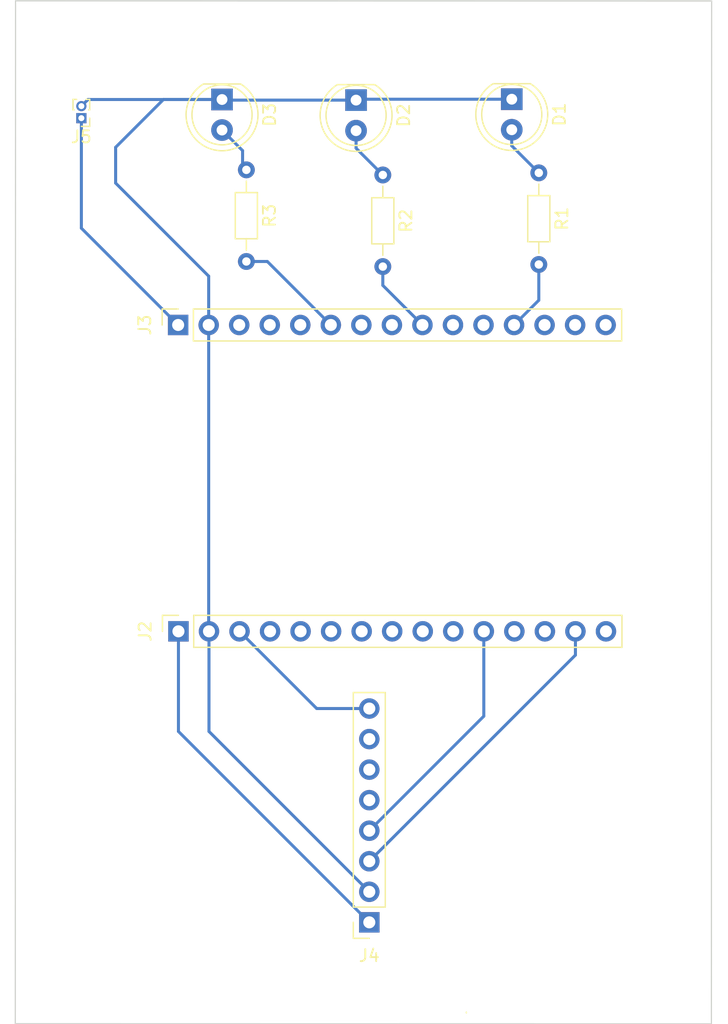
<source format=kicad_pcb>
(kicad_pcb (version 20171130) (host pcbnew 5.1.6-c6e7f7d~87~ubuntu20.04.1)

  (general
    (thickness 1.6)
    (drawings 10)
    (tracks 39)
    (zones 0)
    (modules 10)
    (nets 36)
  )

  (page A4)
  (layers
    (0 F.Cu signal)
    (31 B.Cu signal)
    (32 B.Adhes user)
    (33 F.Adhes user)
    (34 B.Paste user)
    (35 F.Paste user)
    (36 B.SilkS user)
    (37 F.SilkS user)
    (38 B.Mask user)
    (39 F.Mask user)
    (40 Dwgs.User user)
    (41 Cmts.User user)
    (42 Eco1.User user)
    (43 Eco2.User user)
    (44 Edge.Cuts user)
    (45 Margin user)
    (46 B.CrtYd user)
    (47 F.CrtYd user)
    (48 B.Fab user)
    (49 F.Fab user)
  )

  (setup
    (last_trace_width 0.25)
    (trace_clearance 0.25)
    (zone_clearance 0.508)
    (zone_45_only no)
    (trace_min 0.2)
    (via_size 0.8)
    (via_drill 0.4)
    (via_min_size 0.4)
    (via_min_drill 0.3)
    (uvia_size 0.3)
    (uvia_drill 0.1)
    (uvias_allowed no)
    (uvia_min_size 0.2)
    (uvia_min_drill 0.1)
    (edge_width 0.05)
    (segment_width 0.2)
    (pcb_text_width 0.3)
    (pcb_text_size 1.5 1.5)
    (mod_edge_width 0.12)
    (mod_text_size 1 1)
    (mod_text_width 0.15)
    (pad_size 1.524 1.524)
    (pad_drill 0.762)
    (pad_to_mask_clearance 0.05)
    (aux_axis_origin 0 0)
    (visible_elements FFFFFF7F)
    (pcbplotparams
      (layerselection 0x010fc_ffffffff)
      (usegerberextensions false)
      (usegerberattributes true)
      (usegerberadvancedattributes true)
      (creategerberjobfile true)
      (excludeedgelayer true)
      (linewidth 0.100000)
      (plotframeref false)
      (viasonmask false)
      (mode 1)
      (useauxorigin false)
      (hpglpennumber 1)
      (hpglpenspeed 20)
      (hpglpendiameter 15.000000)
      (psnegative false)
      (psa4output false)
      (plotreference true)
      (plotvalue true)
      (plotinvisibletext false)
      (padsonsilk false)
      (subtractmaskfromsilk false)
      (outputformat 1)
      (mirror false)
      (drillshape 1)
      (scaleselection 1)
      (outputdirectory ""))
  )

  (net 0 "")
  (net 1 "Net-(D1-Pad2)")
  (net 2 "Net-(D2-Pad2)")
  (net 3 "Net-(D3-Pad2)")
  (net 4 VDD)
  (net 5 GND)
  (net 6 "Net-(J2-Pad3)")
  (net 7 "Net-(J2-Pad5)")
  (net 8 "Net-(J2-Pad6)")
  (net 9 "Net-(J2-Pad7)")
  (net 10 "Net-(J2-Pad8)")
  (net 11 "Net-(J2-Pad9)")
  (net 12 "Net-(J2-Pad10)")
  (net 13 "Net-(J2-Pad11)")
  (net 14 "Net-(J2-Pad12)")
  (net 15 "Net-(J2-Pad13)")
  (net 16 "Net-(J2-Pad14)")
  (net 17 "Net-(J2-Pad15)")
  (net 18 "Net-(J2-Pad4)")
  (net 19 "Net-(J3-Pad3)")
  (net 20 "Net-(J3-Pad5)")
  (net 21 "Net-(J3-Pad6)")
  (net 22 "Net-(J3-Pad7)")
  (net 23 "Net-(J3-Pad8)")
  (net 24 "Net-(J3-Pad9)")
  (net 25 "Net-(J3-Pad10)")
  (net 26 "Net-(J3-Pad11)")
  (net 27 "Net-(J3-Pad13)")
  (net 28 "Net-(J3-Pad14)")
  (net 29 "Net-(J3-Pad15)")
  (net 30 +3V3)
  (net 31 "Net-(J3-Pad4)")
  (net 32 "Net-(J3-Pad12)")
  (net 33 "Net-(J4-Pad5)")
  (net 34 "Net-(J4-Pad6)")
  (net 35 "Net-(J4-Pad7)")

  (net_class Default "This is the default net class."
    (clearance 0.25)
    (trace_width 0.25)
    (via_dia 0.8)
    (via_drill 0.4)
    (uvia_dia 0.3)
    (uvia_drill 0.1)
    (add_net +3V3)
    (add_net GND)
    (add_net "Net-(D1-Pad2)")
    (add_net "Net-(D2-Pad2)")
    (add_net "Net-(D3-Pad2)")
    (add_net "Net-(J2-Pad10)")
    (add_net "Net-(J2-Pad11)")
    (add_net "Net-(J2-Pad12)")
    (add_net "Net-(J2-Pad13)")
    (add_net "Net-(J2-Pad14)")
    (add_net "Net-(J2-Pad15)")
    (add_net "Net-(J2-Pad3)")
    (add_net "Net-(J2-Pad4)")
    (add_net "Net-(J2-Pad5)")
    (add_net "Net-(J2-Pad6)")
    (add_net "Net-(J2-Pad7)")
    (add_net "Net-(J2-Pad8)")
    (add_net "Net-(J2-Pad9)")
    (add_net "Net-(J3-Pad10)")
    (add_net "Net-(J3-Pad11)")
    (add_net "Net-(J3-Pad12)")
    (add_net "Net-(J3-Pad13)")
    (add_net "Net-(J3-Pad14)")
    (add_net "Net-(J3-Pad15)")
    (add_net "Net-(J3-Pad3)")
    (add_net "Net-(J3-Pad4)")
    (add_net "Net-(J3-Pad5)")
    (add_net "Net-(J3-Pad6)")
    (add_net "Net-(J3-Pad7)")
    (add_net "Net-(J3-Pad8)")
    (add_net "Net-(J3-Pad9)")
    (add_net "Net-(J4-Pad5)")
    (add_net "Net-(J4-Pad6)")
    (add_net "Net-(J4-Pad7)")
    (add_net VDD)
  )

  (module Connector_PinSocket_2.54mm:PinSocket_1x15_P2.54mm_Vertical (layer F.Cu) (tedit 5A19A41D) (tstamp 5F1F9F39)
    (at 62.475 112.125 90)
    (descr "Through hole straight socket strip, 1x15, 2.54mm pitch, single row (from Kicad 4.0.7), script generated")
    (tags "Through hole socket strip THT 1x15 2.54mm single row")
    (path /5F1E819B)
    (fp_text reference J3 (at 0 -2.77 90) (layer F.SilkS)
      (effects (font (size 1 1) (thickness 0.15)))
    )
    (fp_text value Conn_01x15_Female (at 3 5.75) (layer F.Fab)
      (effects (font (size 1 1) (thickness 0.15)))
    )
    (fp_line (start -1.8 37.3) (end -1.8 -1.8) (layer F.CrtYd) (width 0.05))
    (fp_line (start 1.75 37.3) (end -1.8 37.3) (layer F.CrtYd) (width 0.05))
    (fp_line (start 1.75 -1.8) (end 1.75 37.3) (layer F.CrtYd) (width 0.05))
    (fp_line (start -1.8 -1.8) (end 1.75 -1.8) (layer F.CrtYd) (width 0.05))
    (fp_line (start 0 -1.33) (end 1.33 -1.33) (layer F.SilkS) (width 0.12))
    (fp_line (start 1.33 -1.33) (end 1.33 0) (layer F.SilkS) (width 0.12))
    (fp_line (start 1.33 1.27) (end 1.33 36.89) (layer F.SilkS) (width 0.12))
    (fp_line (start -1.33 36.89) (end 1.33 36.89) (layer F.SilkS) (width 0.12))
    (fp_line (start -1.33 1.27) (end -1.33 36.89) (layer F.SilkS) (width 0.12))
    (fp_line (start -1.33 1.27) (end 1.33 1.27) (layer F.SilkS) (width 0.12))
    (fp_line (start -1.27 36.83) (end -1.27 -1.27) (layer F.Fab) (width 0.1))
    (fp_line (start 1.27 36.83) (end -1.27 36.83) (layer F.Fab) (width 0.1))
    (fp_line (start 1.27 -0.635) (end 1.27 36.83) (layer F.Fab) (width 0.1))
    (fp_line (start 0.635 -1.27) (end 1.27 -0.635) (layer F.Fab) (width 0.1))
    (fp_line (start -1.27 -1.27) (end 0.635 -1.27) (layer F.Fab) (width 0.1))
    (fp_text user %R (at 0 17.78) (layer F.Fab)
      (effects (font (size 1 1) (thickness 0.15)))
    )
    (pad 1 thru_hole rect (at 0 0 90) (size 1.7 1.7) (drill 1) (layers *.Cu *.Mask)
      (net 4 VDD))
    (pad 2 thru_hole oval (at 0 2.54 90) (size 1.7 1.7) (drill 1) (layers *.Cu *.Mask)
      (net 5 GND))
    (pad 3 thru_hole oval (at 0 5.08 90) (size 1.7 1.7) (drill 1) (layers *.Cu *.Mask)
      (net 19 "Net-(J3-Pad3)"))
    (pad 4 thru_hole oval (at 0 7.62 90) (size 1.7 1.7) (drill 1) (layers *.Cu *.Mask)
      (net 31 "Net-(J3-Pad4)"))
    (pad 5 thru_hole oval (at 0 10.16 90) (size 1.7 1.7) (drill 1) (layers *.Cu *.Mask)
      (net 20 "Net-(J3-Pad5)"))
    (pad 6 thru_hole oval (at 0 12.7 90) (size 1.7 1.7) (drill 1) (layers *.Cu *.Mask)
      (net 21 "Net-(J3-Pad6)"))
    (pad 7 thru_hole oval (at 0 15.24 90) (size 1.7 1.7) (drill 1) (layers *.Cu *.Mask)
      (net 22 "Net-(J3-Pad7)"))
    (pad 8 thru_hole oval (at 0 17.78 90) (size 1.7 1.7) (drill 1) (layers *.Cu *.Mask)
      (net 23 "Net-(J3-Pad8)"))
    (pad 9 thru_hole oval (at 0 20.32 90) (size 1.7 1.7) (drill 1) (layers *.Cu *.Mask)
      (net 24 "Net-(J3-Pad9)"))
    (pad 10 thru_hole oval (at 0 22.86 90) (size 1.7 1.7) (drill 1) (layers *.Cu *.Mask)
      (net 25 "Net-(J3-Pad10)"))
    (pad 11 thru_hole oval (at 0 25.4 90) (size 1.7 1.7) (drill 1) (layers *.Cu *.Mask)
      (net 26 "Net-(J3-Pad11)"))
    (pad 12 thru_hole oval (at 0 27.94 90) (size 1.7 1.7) (drill 1) (layers *.Cu *.Mask)
      (net 32 "Net-(J3-Pad12)"))
    (pad 13 thru_hole oval (at 0 30.48 90) (size 1.7 1.7) (drill 1) (layers *.Cu *.Mask)
      (net 27 "Net-(J3-Pad13)"))
    (pad 14 thru_hole oval (at 0 33.02 90) (size 1.7 1.7) (drill 1) (layers *.Cu *.Mask)
      (net 28 "Net-(J3-Pad14)"))
    (pad 15 thru_hole oval (at 0 35.56 90) (size 1.7 1.7) (drill 1) (layers *.Cu *.Mask)
      (net 29 "Net-(J3-Pad15)"))
    (model ${KISYS3DMOD}/Connector_PinSocket_2.54mm.3dshapes/PinSocket_1x15_P2.54mm_Vertical.wrl
      (at (xyz 0 0 0))
      (scale (xyz 1 1 1))
      (rotate (xyz 0 0 0))
    )
  )

  (module Connector_PinSocket_2.54mm:PinSocket_1x15_P2.54mm_Vertical (layer F.Cu) (tedit 5A19A41D) (tstamp 5F1F9ED3)
    (at 62.5 137.6 90)
    (descr "Through hole straight socket strip, 1x15, 2.54mm pitch, single row (from Kicad 4.0.7), script generated")
    (tags "Through hole socket strip THT 1x15 2.54mm single row")
    (path /5F1E59ED)
    (fp_text reference J2 (at 0 -2.77 90) (layer F.SilkS)
      (effects (font (size 1 1) (thickness 0.15)))
    )
    (fp_text value Conn_01x15_Female_MPU (at 3 7.75) (layer F.Fab)
      (effects (font (size 1 1) (thickness 0.15)))
    )
    (fp_line (start -1.27 -1.27) (end 0.635 -1.27) (layer F.Fab) (width 0.1))
    (fp_line (start 0.635 -1.27) (end 1.27 -0.635) (layer F.Fab) (width 0.1))
    (fp_line (start 1.27 -0.635) (end 1.27 36.83) (layer F.Fab) (width 0.1))
    (fp_line (start 1.27 36.83) (end -1.27 36.83) (layer F.Fab) (width 0.1))
    (fp_line (start -1.27 36.83) (end -1.27 -1.27) (layer F.Fab) (width 0.1))
    (fp_line (start -1.33 1.27) (end 1.33 1.27) (layer F.SilkS) (width 0.12))
    (fp_line (start -1.33 1.27) (end -1.33 36.89) (layer F.SilkS) (width 0.12))
    (fp_line (start -1.33 36.89) (end 1.33 36.89) (layer F.SilkS) (width 0.12))
    (fp_line (start 1.33 1.27) (end 1.33 36.89) (layer F.SilkS) (width 0.12))
    (fp_line (start 1.33 -1.33) (end 1.33 0) (layer F.SilkS) (width 0.12))
    (fp_line (start 0 -1.33) (end 1.33 -1.33) (layer F.SilkS) (width 0.12))
    (fp_line (start -1.8 -1.8) (end 1.75 -1.8) (layer F.CrtYd) (width 0.05))
    (fp_line (start 1.75 -1.8) (end 1.75 37.3) (layer F.CrtYd) (width 0.05))
    (fp_line (start 1.75 37.3) (end -1.8 37.3) (layer F.CrtYd) (width 0.05))
    (fp_line (start -1.8 37.3) (end -1.8 -1.8) (layer F.CrtYd) (width 0.05))
    (fp_text user %R (at 0 17.78) (layer F.Fab)
      (effects (font (size 1 1) (thickness 0.15)))
    )
    (pad 15 thru_hole oval (at 0 35.56 90) (size 1.7 1.7) (drill 1) (layers *.Cu *.Mask)
      (net 17 "Net-(J2-Pad15)"))
    (pad 14 thru_hole oval (at 0 33.02 90) (size 1.7 1.7) (drill 1) (layers *.Cu *.Mask)
      (net 16 "Net-(J2-Pad14)"))
    (pad 13 thru_hole oval (at 0 30.48 90) (size 1.7 1.7) (drill 1) (layers *.Cu *.Mask)
      (net 15 "Net-(J2-Pad13)"))
    (pad 12 thru_hole oval (at 0 27.94 90) (size 1.7 1.7) (drill 1) (layers *.Cu *.Mask)
      (net 14 "Net-(J2-Pad12)"))
    (pad 11 thru_hole oval (at 0 25.4 90) (size 1.7 1.7) (drill 1) (layers *.Cu *.Mask)
      (net 13 "Net-(J2-Pad11)"))
    (pad 10 thru_hole oval (at 0 22.86 90) (size 1.7 1.7) (drill 1) (layers *.Cu *.Mask)
      (net 12 "Net-(J2-Pad10)"))
    (pad 9 thru_hole oval (at 0 20.32 90) (size 1.7 1.7) (drill 1) (layers *.Cu *.Mask)
      (net 11 "Net-(J2-Pad9)"))
    (pad 8 thru_hole oval (at 0 17.78 90) (size 1.7 1.7) (drill 1) (layers *.Cu *.Mask)
      (net 10 "Net-(J2-Pad8)"))
    (pad 7 thru_hole oval (at 0 15.24 90) (size 1.7 1.7) (drill 1) (layers *.Cu *.Mask)
      (net 9 "Net-(J2-Pad7)"))
    (pad 6 thru_hole oval (at 0 12.7 90) (size 1.7 1.7) (drill 1) (layers *.Cu *.Mask)
      (net 8 "Net-(J2-Pad6)"))
    (pad 5 thru_hole oval (at 0 10.16 90) (size 1.7 1.7) (drill 1) (layers *.Cu *.Mask)
      (net 7 "Net-(J2-Pad5)"))
    (pad 4 thru_hole oval (at 0 7.62 90) (size 1.7 1.7) (drill 1) (layers *.Cu *.Mask)
      (net 18 "Net-(J2-Pad4)"))
    (pad 3 thru_hole oval (at 0 5.08 90) (size 1.7 1.7) (drill 1) (layers *.Cu *.Mask)
      (net 6 "Net-(J2-Pad3)"))
    (pad 2 thru_hole oval (at 0 2.54 90) (size 1.7 1.7) (drill 1) (layers *.Cu *.Mask)
      (net 5 GND))
    (pad 1 thru_hole rect (at 0 0 90) (size 1.7 1.7) (drill 1) (layers *.Cu *.Mask)
      (net 30 +3V3))
    (model ${KISYS3DMOD}/Connector_PinSocket_2.54mm.3dshapes/PinSocket_1x15_P2.54mm_Vertical.wrl
      (at (xyz 0 0 0))
      (scale (xyz 1 1 1))
      (rotate (xyz 0 0 0))
    )
  )

  (module LED_THT:LED_D5.0mm (layer F.Cu) (tedit 5995936A) (tstamp 5F1FA47E)
    (at 90.225 93.35 270)
    (descr "LED, diameter 5.0mm, 2 pins, http://cdn-reichelt.de/documents/datenblatt/A500/LL-504BC2E-009.pdf")
    (tags "LED diameter 5.0mm 2 pins")
    (path /5F1BC301)
    (fp_text reference D1 (at 1.27 -3.96 90) (layer F.SilkS)
      (effects (font (size 1 1) (thickness 0.15)))
    )
    (fp_text value LED (at 1.27 3.96 90) (layer F.Fab)
      (effects (font (size 1 1) (thickness 0.15)))
    )
    (fp_circle (center 1.27 0) (end 3.77 0) (layer F.Fab) (width 0.1))
    (fp_circle (center 1.27 0) (end 3.77 0) (layer F.SilkS) (width 0.12))
    (fp_line (start -1.23 -1.469694) (end -1.23 1.469694) (layer F.Fab) (width 0.1))
    (fp_line (start -1.29 -1.545) (end -1.29 1.545) (layer F.SilkS) (width 0.12))
    (fp_line (start -1.95 -3.25) (end -1.95 3.25) (layer F.CrtYd) (width 0.05))
    (fp_line (start -1.95 3.25) (end 4.5 3.25) (layer F.CrtYd) (width 0.05))
    (fp_line (start 4.5 3.25) (end 4.5 -3.25) (layer F.CrtYd) (width 0.05))
    (fp_line (start 4.5 -3.25) (end -1.95 -3.25) (layer F.CrtYd) (width 0.05))
    (fp_text user %R (at 1.25 0 90) (layer F.Fab)
      (effects (font (size 0.8 0.8) (thickness 0.2)))
    )
    (fp_arc (start 1.27 0) (end -1.29 1.54483) (angle -148.9) (layer F.SilkS) (width 0.12))
    (fp_arc (start 1.27 0) (end -1.29 -1.54483) (angle 148.9) (layer F.SilkS) (width 0.12))
    (fp_arc (start 1.27 0) (end -1.23 -1.469694) (angle 299.1) (layer F.Fab) (width 0.1))
    (pad 2 thru_hole circle (at 2.54 0 270) (size 1.8 1.8) (drill 0.9) (layers *.Cu *.Mask)
      (net 1 "Net-(D1-Pad2)"))
    (pad 1 thru_hole rect (at 0 0 270) (size 1.8 1.8) (drill 0.9) (layers *.Cu *.Mask)
      (net 5 GND))
    (model ${KISYS3DMOD}/LED_THT.3dshapes/LED_D5.0mm.wrl
      (at (xyz 0 0 0))
      (scale (xyz 1 1 1))
      (rotate (xyz 0 0 0))
    )
  )

  (module LED_THT:LED_D5.0mm (layer F.Cu) (tedit 5995936A) (tstamp 5F1EEFD1)
    (at 77.275 93.425 270)
    (descr "LED, diameter 5.0mm, 2 pins, http://cdn-reichelt.de/documents/datenblatt/A500/LL-504BC2E-009.pdf")
    (tags "LED diameter 5.0mm 2 pins")
    (path /5F1BBDAB)
    (fp_text reference D2 (at 1.27 -3.96 90) (layer F.SilkS)
      (effects (font (size 1 1) (thickness 0.15)))
    )
    (fp_text value LED (at 1.27 3.96 90) (layer F.Fab)
      (effects (font (size 1 1) (thickness 0.15)))
    )
    (fp_circle (center 1.27 0) (end 3.77 0) (layer F.Fab) (width 0.1))
    (fp_circle (center 1.27 0) (end 3.77 0) (layer F.SilkS) (width 0.12))
    (fp_line (start -1.23 -1.469694) (end -1.23 1.469694) (layer F.Fab) (width 0.1))
    (fp_line (start -1.29 -1.545) (end -1.29 1.545) (layer F.SilkS) (width 0.12))
    (fp_line (start -1.95 -3.25) (end -1.95 3.25) (layer F.CrtYd) (width 0.05))
    (fp_line (start -1.95 3.25) (end 4.5 3.25) (layer F.CrtYd) (width 0.05))
    (fp_line (start 4.5 3.25) (end 4.5 -3.25) (layer F.CrtYd) (width 0.05))
    (fp_line (start 4.5 -3.25) (end -1.95 -3.25) (layer F.CrtYd) (width 0.05))
    (fp_text user %R (at 1.25 0 90) (layer F.Fab)
      (effects (font (size 0.8 0.8) (thickness 0.2)))
    )
    (fp_arc (start 1.27 0) (end -1.29 1.54483) (angle -148.9) (layer F.SilkS) (width 0.12))
    (fp_arc (start 1.27 0) (end -1.29 -1.54483) (angle 148.9) (layer F.SilkS) (width 0.12))
    (fp_arc (start 1.27 0) (end -1.23 -1.469694) (angle 299.1) (layer F.Fab) (width 0.1))
    (pad 2 thru_hole circle (at 2.54 0 270) (size 1.8 1.8) (drill 0.9) (layers *.Cu *.Mask)
      (net 2 "Net-(D2-Pad2)"))
    (pad 1 thru_hole rect (at 0 0 270) (size 1.8 1.8) (drill 0.9) (layers *.Cu *.Mask)
      (net 5 GND))
    (model ${KISYS3DMOD}/LED_THT.3dshapes/LED_D5.0mm.wrl
      (at (xyz 0 0 0))
      (scale (xyz 1 1 1))
      (rotate (xyz 0 0 0))
    )
  )

  (module LED_THT:LED_D5.0mm (layer F.Cu) (tedit 5995936A) (tstamp 5F1FA5E2)
    (at 66.125 93.375 270)
    (descr "LED, diameter 5.0mm, 2 pins, http://cdn-reichelt.de/documents/datenblatt/A500/LL-504BC2E-009.pdf")
    (tags "LED diameter 5.0mm 2 pins")
    (path /5F1BA6DF)
    (fp_text reference D3 (at 1.27 -3.96 90) (layer F.SilkS)
      (effects (font (size 1 1) (thickness 0.15)))
    )
    (fp_text value LED (at 1.27 3.96 90) (layer F.Fab)
      (effects (font (size 1 1) (thickness 0.15)))
    )
    (fp_circle (center 1.27 0) (end 3.77 0) (layer F.Fab) (width 0.1))
    (fp_circle (center 1.27 0) (end 3.77 0) (layer F.SilkS) (width 0.12))
    (fp_line (start -1.23 -1.469694) (end -1.23 1.469694) (layer F.Fab) (width 0.1))
    (fp_line (start -1.29 -1.545) (end -1.29 1.545) (layer F.SilkS) (width 0.12))
    (fp_line (start -1.95 -3.25) (end -1.95 3.25) (layer F.CrtYd) (width 0.05))
    (fp_line (start -1.95 3.25) (end 4.5 3.25) (layer F.CrtYd) (width 0.05))
    (fp_line (start 4.5 3.25) (end 4.5 -3.25) (layer F.CrtYd) (width 0.05))
    (fp_line (start 4.5 -3.25) (end -1.95 -3.25) (layer F.CrtYd) (width 0.05))
    (fp_text user %R (at 1.25 0) (layer F.Fab)
      (effects (font (size 0.8 0.8) (thickness 0.2)))
    )
    (fp_arc (start 1.27 0) (end -1.29 1.54483) (angle -148.9) (layer F.SilkS) (width 0.12))
    (fp_arc (start 1.27 0) (end -1.29 -1.54483) (angle 148.9) (layer F.SilkS) (width 0.12))
    (fp_arc (start 1.27 0) (end -1.23 -1.469694) (angle 299.1) (layer F.Fab) (width 0.1))
    (pad 2 thru_hole circle (at 2.54 0 270) (size 1.8 1.8) (drill 0.9) (layers *.Cu *.Mask)
      (net 3 "Net-(D3-Pad2)"))
    (pad 1 thru_hole rect (at 0 0 270) (size 1.8 1.8) (drill 0.9) (layers *.Cu *.Mask)
      (net 5 GND))
    (model ${KISYS3DMOD}/LED_THT.3dshapes/LED_D5.0mm.wrl
      (at (xyz 0 0 0))
      (scale (xyz 1 1 1))
      (rotate (xyz 0 0 0))
    )
  )

  (module Resistor_THT:R_Axial_DIN0204_L3.6mm_D1.6mm_P7.62mm_Horizontal (layer F.Cu) (tedit 5AE5139B) (tstamp 5F1EED77)
    (at 92.475 99.475 270)
    (descr "Resistor, Axial_DIN0204 series, Axial, Horizontal, pin pitch=7.62mm, 0.167W, length*diameter=3.6*1.6mm^2, http://cdn-reichelt.de/documents/datenblatt/B400/1_4W%23YAG.pdf")
    (tags "Resistor Axial_DIN0204 series Axial Horizontal pin pitch 7.62mm 0.167W length 3.6mm diameter 1.6mm")
    (path /5F1F229B)
    (fp_text reference R1 (at 3.81 -1.92 90) (layer F.SilkS)
      (effects (font (size 1 1) (thickness 0.15)))
    )
    (fp_text value R (at 3.81 1.92 90) (layer F.Fab)
      (effects (font (size 1 1) (thickness 0.15)))
    )
    (fp_line (start 2.01 -0.8) (end 2.01 0.8) (layer F.Fab) (width 0.1))
    (fp_line (start 2.01 0.8) (end 5.61 0.8) (layer F.Fab) (width 0.1))
    (fp_line (start 5.61 0.8) (end 5.61 -0.8) (layer F.Fab) (width 0.1))
    (fp_line (start 5.61 -0.8) (end 2.01 -0.8) (layer F.Fab) (width 0.1))
    (fp_line (start 0 0) (end 2.01 0) (layer F.Fab) (width 0.1))
    (fp_line (start 7.62 0) (end 5.61 0) (layer F.Fab) (width 0.1))
    (fp_line (start 1.89 -0.92) (end 1.89 0.92) (layer F.SilkS) (width 0.12))
    (fp_line (start 1.89 0.92) (end 5.73 0.92) (layer F.SilkS) (width 0.12))
    (fp_line (start 5.73 0.92) (end 5.73 -0.92) (layer F.SilkS) (width 0.12))
    (fp_line (start 5.73 -0.92) (end 1.89 -0.92) (layer F.SilkS) (width 0.12))
    (fp_line (start 0.94 0) (end 1.89 0) (layer F.SilkS) (width 0.12))
    (fp_line (start 6.68 0) (end 5.73 0) (layer F.SilkS) (width 0.12))
    (fp_line (start -0.95 -1.05) (end -0.95 1.05) (layer F.CrtYd) (width 0.05))
    (fp_line (start -0.95 1.05) (end 8.57 1.05) (layer F.CrtYd) (width 0.05))
    (fp_line (start 8.57 1.05) (end 8.57 -1.05) (layer F.CrtYd) (width 0.05))
    (fp_line (start 8.57 -1.05) (end -0.95 -1.05) (layer F.CrtYd) (width 0.05))
    (fp_text user %R (at 3.81 0 90) (layer F.Fab)
      (effects (font (size 0.72 0.72) (thickness 0.108)))
    )
    (pad 2 thru_hole oval (at 7.62 0 270) (size 1.4 1.4) (drill 0.7) (layers *.Cu *.Mask)
      (net 32 "Net-(J3-Pad12)"))
    (pad 1 thru_hole circle (at 0 0 270) (size 1.4 1.4) (drill 0.7) (layers *.Cu *.Mask)
      (net 1 "Net-(D1-Pad2)"))
    (model ${KISYS3DMOD}/Resistor_THT.3dshapes/R_Axial_DIN0204_L3.6mm_D1.6mm_P7.62mm_Horizontal.wrl
      (at (xyz 0 0 0))
      (scale (xyz 1 1 1))
      (rotate (xyz 0 0 0))
    )
  )

  (module Resistor_THT:R_Axial_DIN0204_L3.6mm_D1.6mm_P7.62mm_Horizontal (layer F.Cu) (tedit 5AE5139B) (tstamp 5F1EDAB4)
    (at 79.5 99.65 270)
    (descr "Resistor, Axial_DIN0204 series, Axial, Horizontal, pin pitch=7.62mm, 0.167W, length*diameter=3.6*1.6mm^2, http://cdn-reichelt.de/documents/datenblatt/B400/1_4W%23YAG.pdf")
    (tags "Resistor Axial_DIN0204 series Axial Horizontal pin pitch 7.62mm 0.167W length 3.6mm diameter 1.6mm")
    (path /5F1F2FB6)
    (fp_text reference R2 (at 3.81 -1.92 90) (layer F.SilkS)
      (effects (font (size 1 1) (thickness 0.15)))
    )
    (fp_text value R (at 3.81 1.92 90) (layer F.Fab)
      (effects (font (size 1 1) (thickness 0.15)))
    )
    (fp_line (start 8.57 -1.05) (end -0.95 -1.05) (layer F.CrtYd) (width 0.05))
    (fp_line (start 8.57 1.05) (end 8.57 -1.05) (layer F.CrtYd) (width 0.05))
    (fp_line (start -0.95 1.05) (end 8.57 1.05) (layer F.CrtYd) (width 0.05))
    (fp_line (start -0.95 -1.05) (end -0.95 1.05) (layer F.CrtYd) (width 0.05))
    (fp_line (start 6.68 0) (end 5.73 0) (layer F.SilkS) (width 0.12))
    (fp_line (start 0.94 0) (end 1.89 0) (layer F.SilkS) (width 0.12))
    (fp_line (start 5.73 -0.92) (end 1.89 -0.92) (layer F.SilkS) (width 0.12))
    (fp_line (start 5.73 0.92) (end 5.73 -0.92) (layer F.SilkS) (width 0.12))
    (fp_line (start 1.89 0.92) (end 5.73 0.92) (layer F.SilkS) (width 0.12))
    (fp_line (start 1.89 -0.92) (end 1.89 0.92) (layer F.SilkS) (width 0.12))
    (fp_line (start 7.62 0) (end 5.61 0) (layer F.Fab) (width 0.1))
    (fp_line (start 0 0) (end 2.01 0) (layer F.Fab) (width 0.1))
    (fp_line (start 5.61 -0.8) (end 2.01 -0.8) (layer F.Fab) (width 0.1))
    (fp_line (start 5.61 0.8) (end 5.61 -0.8) (layer F.Fab) (width 0.1))
    (fp_line (start 2.01 0.8) (end 5.61 0.8) (layer F.Fab) (width 0.1))
    (fp_line (start 2.01 -0.8) (end 2.01 0.8) (layer F.Fab) (width 0.1))
    (fp_text user %R (at 3.81 0 90) (layer F.Fab)
      (effects (font (size 0.72 0.72) (thickness 0.108)))
    )
    (pad 1 thru_hole circle (at 0 0 270) (size 1.4 1.4) (drill 0.7) (layers *.Cu *.Mask)
      (net 2 "Net-(D2-Pad2)"))
    (pad 2 thru_hole oval (at 7.62 0 270) (size 1.4 1.4) (drill 0.7) (layers *.Cu *.Mask)
      (net 24 "Net-(J3-Pad9)"))
    (model ${KISYS3DMOD}/Resistor_THT.3dshapes/R_Axial_DIN0204_L3.6mm_D1.6mm_P7.62mm_Horizontal.wrl
      (at (xyz 0 0 0))
      (scale (xyz 1 1 1))
      (rotate (xyz 0 0 0))
    )
  )

  (module Resistor_THT:R_Axial_DIN0204_L3.6mm_D1.6mm_P7.62mm_Horizontal (layer F.Cu) (tedit 5AE5139B) (tstamp 5F1E6BF7)
    (at 68.15 99.225 270)
    (descr "Resistor, Axial_DIN0204 series, Axial, Horizontal, pin pitch=7.62mm, 0.167W, length*diameter=3.6*1.6mm^2, http://cdn-reichelt.de/documents/datenblatt/B400/1_4W%23YAG.pdf")
    (tags "Resistor Axial_DIN0204 series Axial Horizontal pin pitch 7.62mm 0.167W length 3.6mm diameter 1.6mm")
    (path /5F1F330B)
    (fp_text reference R3 (at 3.81 -1.92 90) (layer F.SilkS)
      (effects (font (size 1 1) (thickness 0.15)))
    )
    (fp_text value R (at 3.81 1.92 90) (layer F.Fab)
      (effects (font (size 1 1) (thickness 0.15)))
    )
    (fp_line (start 2.01 -0.8) (end 2.01 0.8) (layer F.Fab) (width 0.1))
    (fp_line (start 2.01 0.8) (end 5.61 0.8) (layer F.Fab) (width 0.1))
    (fp_line (start 5.61 0.8) (end 5.61 -0.8) (layer F.Fab) (width 0.1))
    (fp_line (start 5.61 -0.8) (end 2.01 -0.8) (layer F.Fab) (width 0.1))
    (fp_line (start 0 0) (end 2.01 0) (layer F.Fab) (width 0.1))
    (fp_line (start 7.62 0) (end 5.61 0) (layer F.Fab) (width 0.1))
    (fp_line (start 1.89 -0.92) (end 1.89 0.92) (layer F.SilkS) (width 0.12))
    (fp_line (start 1.89 0.92) (end 5.73 0.92) (layer F.SilkS) (width 0.12))
    (fp_line (start 5.73 0.92) (end 5.73 -0.92) (layer F.SilkS) (width 0.12))
    (fp_line (start 5.73 -0.92) (end 1.89 -0.92) (layer F.SilkS) (width 0.12))
    (fp_line (start 0.94 0) (end 1.89 0) (layer F.SilkS) (width 0.12))
    (fp_line (start 6.68 0) (end 5.73 0) (layer F.SilkS) (width 0.12))
    (fp_line (start -0.95 -1.05) (end -0.95 1.05) (layer F.CrtYd) (width 0.05))
    (fp_line (start -0.95 1.05) (end 8.57 1.05) (layer F.CrtYd) (width 0.05))
    (fp_line (start 8.57 1.05) (end 8.57 -1.05) (layer F.CrtYd) (width 0.05))
    (fp_line (start 8.57 -1.05) (end -0.95 -1.05) (layer F.CrtYd) (width 0.05))
    (fp_text user %R (at 3.81 0) (layer F.Fab)
      (effects (font (size 0.72 0.72) (thickness 0.108)))
    )
    (pad 2 thru_hole oval (at 7.62 0 270) (size 1.4 1.4) (drill 0.7) (layers *.Cu *.Mask)
      (net 21 "Net-(J3-Pad6)"))
    (pad 1 thru_hole circle (at 0 0 270) (size 1.4 1.4) (drill 0.7) (layers *.Cu *.Mask)
      (net 3 "Net-(D3-Pad2)"))
    (model ${KISYS3DMOD}/Resistor_THT.3dshapes/R_Axial_DIN0204_L3.6mm_D1.6mm_P7.62mm_Horizontal.wrl
      (at (xyz 0 0 0))
      (scale (xyz 1 1 1))
      (rotate (xyz 0 0 0))
    )
  )

  (module Connector_PinSocket_2.54mm:PinSocket_1x08_P2.54mm_Vertical (layer F.Cu) (tedit 5A19A420) (tstamp 5F1FA213)
    (at 78.375 161.8 180)
    (descr "Through hole straight socket strip, 1x08, 2.54mm pitch, single row (from Kicad 4.0.7), script generated")
    (tags "Through hole socket strip THT 1x08 2.54mm single row")
    (path /5F271242)
    (fp_text reference J4 (at 0 -2.77) (layer F.SilkS)
      (effects (font (size 1 1) (thickness 0.15)))
    )
    (fp_text value Conn_01x08_Female (at 0 20.55) (layer F.Fab)
      (effects (font (size 1 1) (thickness 0.15)))
    )
    (fp_line (start -1.8 19.55) (end -1.8 -1.8) (layer F.CrtYd) (width 0.05))
    (fp_line (start 1.75 19.55) (end -1.8 19.55) (layer F.CrtYd) (width 0.05))
    (fp_line (start 1.75 -1.8) (end 1.75 19.55) (layer F.CrtYd) (width 0.05))
    (fp_line (start -1.8 -1.8) (end 1.75 -1.8) (layer F.CrtYd) (width 0.05))
    (fp_line (start 0 -1.33) (end 1.33 -1.33) (layer F.SilkS) (width 0.12))
    (fp_line (start 1.33 -1.33) (end 1.33 0) (layer F.SilkS) (width 0.12))
    (fp_line (start 1.33 1.27) (end 1.33 19.11) (layer F.SilkS) (width 0.12))
    (fp_line (start -1.33 19.11) (end 1.33 19.11) (layer F.SilkS) (width 0.12))
    (fp_line (start -1.33 1.27) (end -1.33 19.11) (layer F.SilkS) (width 0.12))
    (fp_line (start -1.33 1.27) (end 1.33 1.27) (layer F.SilkS) (width 0.12))
    (fp_line (start -1.27 19.05) (end -1.27 -1.27) (layer F.Fab) (width 0.1))
    (fp_line (start 1.27 19.05) (end -1.27 19.05) (layer F.Fab) (width 0.1))
    (fp_line (start 1.27 -0.635) (end 1.27 19.05) (layer F.Fab) (width 0.1))
    (fp_line (start 0.635 -1.27) (end 1.27 -0.635) (layer F.Fab) (width 0.1))
    (fp_line (start -1.27 -1.27) (end 0.635 -1.27) (layer F.Fab) (width 0.1))
    (fp_text user %R (at 0 8.89 90) (layer F.Fab)
      (effects (font (size 1 1) (thickness 0.15)))
    )
    (pad 1 thru_hole rect (at 0 0 180) (size 1.7 1.7) (drill 1) (layers *.Cu *.Mask)
      (net 30 +3V3))
    (pad 2 thru_hole oval (at 0 2.54 180) (size 1.7 1.7) (drill 1) (layers *.Cu *.Mask)
      (net 5 GND))
    (pad 3 thru_hole oval (at 0 5.08 180) (size 1.7 1.7) (drill 1) (layers *.Cu *.Mask)
      (net 16 "Net-(J2-Pad14)"))
    (pad 4 thru_hole oval (at 0 7.62 180) (size 1.7 1.7) (drill 1) (layers *.Cu *.Mask)
      (net 13 "Net-(J2-Pad11)"))
    (pad 5 thru_hole oval (at 0 10.16 180) (size 1.7 1.7) (drill 1) (layers *.Cu *.Mask)
      (net 33 "Net-(J4-Pad5)"))
    (pad 6 thru_hole oval (at 0 12.7 180) (size 1.7 1.7) (drill 1) (layers *.Cu *.Mask)
      (net 34 "Net-(J4-Pad6)"))
    (pad 7 thru_hole oval (at 0 15.24 180) (size 1.7 1.7) (drill 1) (layers *.Cu *.Mask)
      (net 35 "Net-(J4-Pad7)"))
    (pad 8 thru_hole oval (at 0 17.78 180) (size 1.7 1.7) (drill 1) (layers *.Cu *.Mask)
      (net 6 "Net-(J2-Pad3)"))
    (model ${KISYS3DMOD}/Connector_PinSocket_2.54mm.3dshapes/PinSocket_1x08_P2.54mm_Vertical.wrl
      (at (xyz 0 0 0))
      (scale (xyz 1 1 1))
      (rotate (xyz 0 0 0))
    )
  )

  (module Connector_PinHeader_1.00mm:PinHeader_1x02_P1.00mm_Vertical (layer F.Cu) (tedit 59FED738) (tstamp 5F1FA2BE)
    (at 54.425 94.925 180)
    (descr "Through hole straight pin header, 1x02, 1.00mm pitch, single row")
    (tags "Through hole pin header THT 1x02 1.00mm single row")
    (path /5F200920)
    (fp_text reference J5 (at 0 -1.56) (layer F.SilkS)
      (effects (font (size 1 1) (thickness 0.15)))
    )
    (fp_text value Conn_01x02_Male (at 0 2.56) (layer F.Fab)
      (effects (font (size 1 1) (thickness 0.15)))
    )
    (fp_line (start 1.15 -1) (end -1.15 -1) (layer F.CrtYd) (width 0.05))
    (fp_line (start 1.15 2) (end 1.15 -1) (layer F.CrtYd) (width 0.05))
    (fp_line (start -1.15 2) (end 1.15 2) (layer F.CrtYd) (width 0.05))
    (fp_line (start -1.15 -1) (end -1.15 2) (layer F.CrtYd) (width 0.05))
    (fp_line (start -0.695 -0.685) (end 0 -0.685) (layer F.SilkS) (width 0.12))
    (fp_line (start -0.695 0) (end -0.695 -0.685) (layer F.SilkS) (width 0.12))
    (fp_line (start 0.608276 0.685) (end 0.695 0.685) (layer F.SilkS) (width 0.12))
    (fp_line (start -0.695 0.685) (end -0.608276 0.685) (layer F.SilkS) (width 0.12))
    (fp_line (start 0.695 0.685) (end 0.695 1.56) (layer F.SilkS) (width 0.12))
    (fp_line (start -0.695 0.685) (end -0.695 1.56) (layer F.SilkS) (width 0.12))
    (fp_line (start 0.394493 1.56) (end 0.695 1.56) (layer F.SilkS) (width 0.12))
    (fp_line (start -0.695 1.56) (end -0.394493 1.56) (layer F.SilkS) (width 0.12))
    (fp_line (start -0.635 -0.1825) (end -0.3175 -0.5) (layer F.Fab) (width 0.1))
    (fp_line (start -0.635 1.5) (end -0.635 -0.1825) (layer F.Fab) (width 0.1))
    (fp_line (start 0.635 1.5) (end -0.635 1.5) (layer F.Fab) (width 0.1))
    (fp_line (start 0.635 -0.5) (end 0.635 1.5) (layer F.Fab) (width 0.1))
    (fp_line (start -0.3175 -0.5) (end 0.635 -0.5) (layer F.Fab) (width 0.1))
    (fp_text user %R (at 0 0.5 90) (layer F.Fab)
      (effects (font (size 0.76 0.76) (thickness 0.114)))
    )
    (pad 1 thru_hole rect (at 0 0 180) (size 0.85 0.85) (drill 0.5) (layers *.Cu *.Mask)
      (net 4 VDD))
    (pad 2 thru_hole oval (at 0 1 180) (size 0.85 0.85) (drill 0.5) (layers *.Cu *.Mask)
      (net 5 GND))
    (model ${KISYS3DMOD}/Connector_PinHeader_1.00mm.3dshapes/PinHeader_1x02_P1.00mm_Vertical.wrl
      (at (xyz 0 0 0))
      (scale (xyz 1 1 1))
      (rotate (xyz 0 0 0))
    )
  )

  (gr_line (start 104.935 170.21) (end 104.955 85.15) (layer Margin) (width 0.1) (tstamp 5F1F7E89))
  (gr_line (start 106.825 87.135) (end 48.925 87.125) (layer Margin) (width 0.1) (tstamp 5F1F7E18))
  (gr_line (start 50.935 170.23) (end 50.955 85.17) (layer Margin) (width 0.1) (tstamp 5F1F8085))
  (gr_line (start 106.825 168.135) (end 48.925 168.125) (layer Margin) (width 0.1) (tstamp 5F1F7CE3))
  (gr_line (start 48.95 85.17) (end 106.85 85.18) (layer Edge.Cuts) (width 0.1))
  (gr_line (start 48.93 170.23) (end 48.95 85.17) (layer Edge.Cuts) (width 0.1))
  (gr_line (start 106.83 170.24) (end 48.93 170.23) (layer Edge.Cuts) (width 0.1))
  (gr_line (start 106.85 85.18) (end 106.83 170.24) (layer Edge.Cuts) (width 0.1))
  (gr_line (start 86.45 169.325) (end 86.449 169.27) (layer F.SilkS) (width 0.12) (tstamp 5F1F6C36))
  (dimension 25.4 (width 0.15) (layer Dwgs.User) (tstamp 5F1F9531)
    (gr_text "25.400 mm" (at 106.87 124.824 90) (layer Dwgs.User) (tstamp 5F1F9531)
      (effects (font (size 1 1) (thickness 0.15)))
    )
    (feature1 (pts (xy 53.754 137.524) (xy 106.156421 137.524)))
    (feature2 (pts (xy 53.754 112.124) (xy 106.156421 112.124)))
    (crossbar (pts (xy 105.57 112.124) (xy 105.57 137.524)))
    (arrow1a (pts (xy 105.57 137.524) (xy 104.983579 136.397496)))
    (arrow1b (pts (xy 105.57 137.524) (xy 106.156421 136.397496)))
    (arrow2a (pts (xy 105.57 112.124) (xy 104.983579 113.250504)))
    (arrow2b (pts (xy 105.57 112.124) (xy 106.156421 113.250504)))
  )

  (segment (start 90.225 97.225) (end 92.475 99.475) (width 0.25) (layer B.Cu) (net 1))
  (segment (start 90.225 95.89) (end 90.225 97.225) (width 0.25) (layer B.Cu) (net 1))
  (segment (start 77.275 97.425) (end 79.5 99.65) (width 0.25) (layer B.Cu) (net 2))
  (segment (start 77.275 95.965) (end 77.275 97.425) (width 0.25) (layer B.Cu) (net 2))
  (segment (start 66.125 95.915) (end 67.835 97.625) (width 0.25) (layer B.Cu) (net 3))
  (segment (start 67.835 98.91) (end 68.15 99.225) (width 0.25) (layer B.Cu) (net 3))
  (segment (start 67.835 97.625) (end 67.835 98.91) (width 0.25) (layer B.Cu) (net 3))
  (segment (start 54.425 104.075) (end 62.475 112.125) (width 0.25) (layer B.Cu) (net 4))
  (segment (start 54.425 94.925) (end 54.425 104.075) (width 0.25) (layer B.Cu) (net 4))
  (segment (start 77.35 93.35) (end 77.275 93.425) (width 0.25) (layer B.Cu) (net 5))
  (segment (start 90.225 93.35) (end 77.35 93.35) (width 0.25) (layer B.Cu) (net 5))
  (segment (start 66.175 93.425) (end 66.125 93.375) (width 0.25) (layer B.Cu) (net 5))
  (segment (start 77.275 93.425) (end 66.175 93.425) (width 0.25) (layer B.Cu) (net 5))
  (segment (start 65.015 137.575) (end 65.04 137.6) (width 0.25) (layer B.Cu) (net 5))
  (segment (start 65.015 112.125) (end 65.015 137.575) (width 0.25) (layer B.Cu) (net 5))
  (segment (start 54.975 93.375) (end 54.425 93.925) (width 0.25) (layer B.Cu) (net 5))
  (segment (start 66.125 93.375) (end 54.975 93.375) (width 0.25) (layer B.Cu) (net 5))
  (segment (start 66.125 93.375) (end 61.25 93.375) (width 0.25) (layer B.Cu) (net 5))
  (segment (start 61.25 93.375) (end 57.275 97.35) (width 0.25) (layer B.Cu) (net 5))
  (segment (start 57.275 97.35) (end 57.275 100.325) (width 0.25) (layer B.Cu) (net 5))
  (segment (start 65.015 108.065) (end 65.015 112.125) (width 0.25) (layer B.Cu) (net 5))
  (segment (start 57.275 100.325) (end 65.015 108.065) (width 0.25) (layer B.Cu) (net 5))
  (segment (start 65.04 145.925) (end 65.04 137.6) (width 0.25) (layer B.Cu) (net 5))
  (segment (start 78.375 159.26) (end 65.04 145.925) (width 0.25) (layer B.Cu) (net 5))
  (segment (start 67.58 137.63) (end 67.58 137.6) (width 0.25) (layer B.Cu) (net 6))
  (segment (start 74 144.02) (end 67.58 137.6) (width 0.25) (layer B.Cu) (net 6))
  (segment (start 78.375 144.02) (end 74 144.02) (width 0.25) (layer B.Cu) (net 6))
  (segment (start 87.9 144.655) (end 87.9 137.6) (width 0.25) (layer B.Cu) (net 13))
  (segment (start 78.375 154.18) (end 87.9 144.655) (width 0.25) (layer B.Cu) (net 13))
  (segment (start 95.52 139.575) (end 95.52 137.6) (width 0.25) (layer B.Cu) (net 16))
  (segment (start 78.375 156.72) (end 95.52 139.575) (width 0.25) (layer B.Cu) (net 16))
  (segment (start 69.895 106.845) (end 75.175 112.125) (width 0.25) (layer B.Cu) (net 21))
  (segment (start 68.15 106.845) (end 69.895 106.845) (width 0.25) (layer B.Cu) (net 21))
  (segment (start 79.5 108.83) (end 82.795 112.125) (width 0.25) (layer B.Cu) (net 24))
  (segment (start 79.5 107.27) (end 79.5 108.83) (width 0.25) (layer B.Cu) (net 24))
  (segment (start 62.5 145.925) (end 62.5 137.6) (width 0.25) (layer B.Cu) (net 30))
  (segment (start 78.375 161.8) (end 62.5 145.925) (width 0.25) (layer B.Cu) (net 30))
  (segment (start 92.475 110.065) (end 90.415 112.125) (width 0.25) (layer B.Cu) (net 32))
  (segment (start 92.475 107.095) (end 92.475 110.065) (width 0.25) (layer B.Cu) (net 32))

)

</source>
